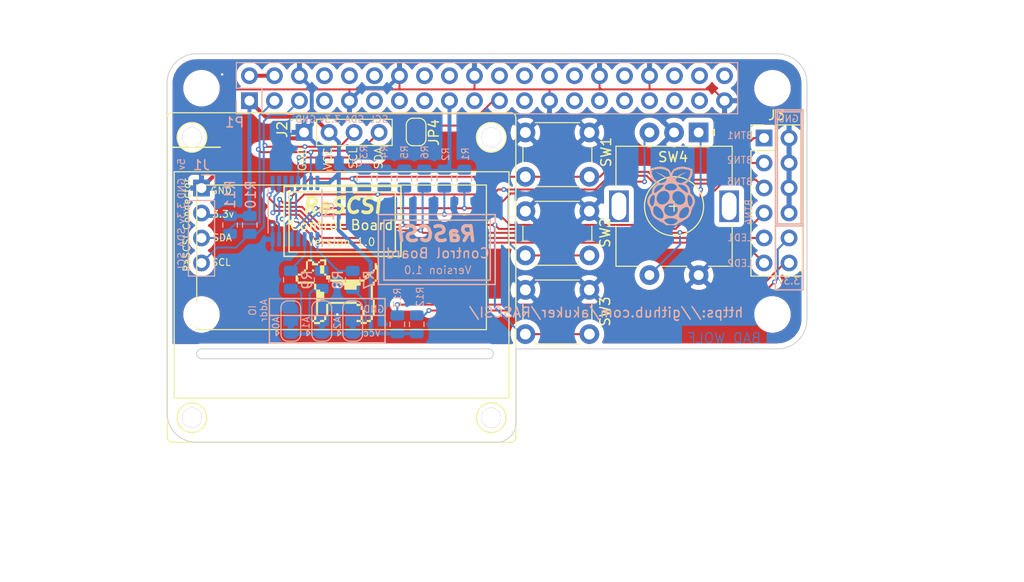
<source format=kicad_pcb>
(kicad_pcb (version 20171130) (host pcbnew "(5.1.12)-1")
  (title_block (date "15 nov 2012"))
  (layers (0 F.Cu signal) (31 B.Cu signal) (34 B.Paste user) (35 F.Paste user) (36 B.SilkS user) (37 F.SilkS user) (38 B.Mask user) (39 F.Mask user) (44 Edge.Cuts user))
  (net 0 "")
  (net 1 +3V3)
  (net 2 +5V)
  (net 3 GND)
  (net 4 "/GPIO2(SDA1)")
  (net 5 "/GPIO3(SCL1)")
  (net 6 "/GPIO9(SPI0_MISO)")
  (net 7 "Net-(JP2-Pad2)")
  (net 8 "Net-(JP3-Pad2)")
  (net 9 /BUTTON_1)
  (net 10 /BUTTON_2)
  (net 11 /BUTTON_3)
  (net 12 /ROTARY_ENC_B)
  (net 13 /ROTARY_ENC_A)
  (net 14 /BUTTON_4)
  (net 15 "Net-(R7-Pad2)")
  (net 16 "Net-(R8-Pad2)")
  (net 17 "Net-(R9-Pad2)")
  (net 18 "Net-(JP1-Pad2)")
  (net 19 "Net-(JP4-Pad1)")
  (net 20 "Net-(J3-Pad12)")
  (net 21 /LED_2)
  (net 22 "Net-(J3-Pad10)")
  (net 23 /LED_1)
  (net 24 "/GPIO21(SPI1_SCK)")
  (net 25 "/GPIO20(SPI1_MOSI)")
  (net 26 /GPIO26)
  (net 27 /GPIO16)
  (net 28 "/GPIO19(SPI1_MISO)")
  (net 29 "/GPIO13(PWM1)")
  (net 30 "/GPIO12(PWM0)")
  (net 31 /GPIO6)
  (net 32 /GPIO5)
  (net 33 /ID_SC)
  (net 34 /ID_SD)
  (net 35 "/GPIO7(SPI1_CE_N)")
  (net 36 "/GPIO8(SPI0_CE_N)")
  (net 37 "/GPIO11(SPI0_SCK)")
  (net 38 "/GPIO25(GEN6)")
  (net 39 "/GPIO10(SPI0_MOSI)")
  (net 40 "/GPIO24(GEN5)")
  (net 41 "/GPIO23(GEN4)")
  (net 42 "/GPIO22(GEN3)")
  (net 43 "/GPIO27(GEN2)")
  (net 44 "/GPIO18(GEN1)(PWM0)")
  (net 45 "/GPIO17(GEN0)")
  (net 46 "/GPIO15(RXD0)")
  (net 47 "/GPIO14(TXD0)")
  (net 48 "/GPIO4(GCLK)")
  (module Jumper:SolderJumper-2_P1.3mm_Open_RoundedPad1.0x1.5mm (layer F.Cu) (at 225.3 101.95 90)
    (fp_text reference JP4 (at -0.05 1.8 90) (layer F.SilkS))
    (fp_text value SolderJumper_2_Open)
    (pad 2 smd custom (at 0.65 0 90) (size 1 0.5) (layers F.Cu F.Mask) (net 6 "/GPIO9(SPI0_MISO)") (options (clearance outline) (anchor rect)) (primitives (gr_circle (center 0 0.25) (end 0.5 0.25) (width 0)) (gr_circle (center 0 -0.25) (end 0.5 -0.25) (width 0)) (gr_poly (pts (xy 0 -0.75) (xy -0.5 -0.75) (xy -0.5 0.75) (xy 0 0.75)) (width 0))))
    (pad 1 smd custom (at -0.65 0 90) (size 1 0.5) (layers F.Cu F.Mask) (net 19 "Net-(JP4-Pad1)") (options (clearance outline) (anchor rect)) (primitives (gr_circle (center 0 0.25) (end 0.5 0.25) (width 0)) (gr_circle (center 0 -0.25) (end 0.5 -0.25) (width 0)) (gr_poly (pts (xy 0 -0.75) (xy 0.5 -0.75) (xy 0.5 0.75) (xy 0 0.75)) (width 0))))
  )
  (module Connector_PinHeader_2.54mm:PinHeader_1x04_P2.54mm_Vertical (layer B.Cu) (at 203.5 107.65 180)
    (fp_text reference J1 (at 0 2.33) (layer B.SilkS) (effects (justify mirror)))
    (fp_text value "RaSCSI Connector")
    (pad 4 thru_hole oval (at 0 -7.62 180) (size 1.7 1.7) (drill 1) (layers *.Cu *.Mask) (net 5 "/GPIO3(SCL1)"))
    (pad 3 thru_hole oval (at 0 -5.08 180) (size 1.7 1.7) (drill 1) (layers *.Cu *.Mask) (net 4 "/GPIO2(SDA1)"))
    (pad 2 thru_hole oval (at 0 -2.54 180) (size 1.7 1.7) (drill 1) (layers *.Cu *.Mask) (net 1 +3V3))
    (pad 1 thru_hole rect (at 0 0 180) (size 1.7 1.7) (drill 1) (layers *.Cu *.Mask) (net 3 GND))
  )
  (module mousebites:1.3_in_OLED_Footprint (layer F.Cu) (at 217.7292 101.994 270)
    (fp_text reference J2 (at -0.294 6.0292 90) (layer F.SilkS))
    (fp_text value "OLED Connector")
    (fp_text user SDA (at 2.6305 -3.76 90) (layer F.SilkS) (effects (font (size 0.8 0.8) (thickness 0.1))))
    (fp_text user SCL (at 2.611453 -1.177667 90) (layer F.SilkS) (effects (font (size 0.8 0.8) (thickness 0.1))))
    (fp_text user VCC (at 2.649548 1.404666 90) (layer F.SilkS) (effects (font (size 0.8 0.8) (thickness 0.1))))
    (fp_text user GND (at 2.725738 3.987 90) (layer F.SilkS) (effects (font (size 0.8 0.8) (thickness 0.1))))
    (pad 4 thru_hole oval (at 0 -3.81 90) (size 1.7 1.7) (drill 1) (layers *.Cu *.Mask) (net 4 "/GPIO2(SDA1)"))
    (pad 3 thru_hole oval (at 0 -1.27 90) (size 1.7 1.7) (drill 1) (layers *.Cu *.Mask) (net 5 "/GPIO3(SCL1)"))
    (pad 2 thru_hole oval (at 0 1.27 90) (size 1.7 1.7) (drill 1) (layers *.Cu *.Mask) (net 1 +3V3))
    (pad 1 thru_hole rect (at 0 3.81 90) (size 1.7 1.7) (drill 1) (layers *.Cu *.Mask) (net 3 GND))
    (pad 5 thru_hole circle (at 0.5 -15.2 270) (size 2 2) (drill 2) (layers *.Cu *.Mask))
    (pad 5 thru_hole circle (at 0.5 15.2 270) (size 2 2) (drill 2) (layers *.Cu *.Mask))
    (pad 5 thru_hole circle (at 29 -15.2 270) (size 2 2) (drill 2) (layers *.Cu *.Mask))
    (pad 5 thru_hole circle (at 29 15.2 270) (size 2 2) (drill 2) (layers *.Cu *.Mask))
  )
  (module mousebites:dogcow (layer F.Cu) (at 217.3 118.2)
    (fp_text reference G*** hide)
    (fp_text value LOGO hide)
  )
  (module mousebites:pi_logo (layer B.Cu) (at 251.2 108.5 180)
    (fp_text reference G*** hide)
    (fp_text value LOGO hide)
  )
  (module Connector_PinHeader_2.54mm:PinHeader_2x06_P2.54mm_Vertical (layer F.Cu) (at 260.6425 102.5655)
    (fp_text reference J3 (at 1.27 -2.33) (layer F.SilkS))
    (fp_text value Conn_02x06_Odd_Even)
    (pad 12 thru_hole oval (at 2.54 12.7) (size 1.7 1.7) (drill 1) (layers *.Cu *.Mask) (net 20 "Net-(J3-Pad12)"))
    (pad 11 thru_hole oval (at 0 12.7) (size 1.7 1.7) (drill 1) (layers *.Cu *.Mask) (net 21 /LED_2))
    (pad 10 thru_hole oval (at 2.54 10.16) (size 1.7 1.7) (drill 1) (layers *.Cu *.Mask) (net 22 "Net-(J3-Pad10)"))
    (pad 9 thru_hole oval (at 0 10.16) (size 1.7 1.7) (drill 1) (layers *.Cu *.Mask) (net 23 /LED_1))
    (pad 8 thru_hole oval (at 2.54 7.62) (size 1.7 1.7) (drill 1) (layers *.Cu *.Mask) (net 3 GND))
    (pad 7 thru_hole oval (at 0 7.62) (size 1.7 1.7) (drill 1) (layers *.Cu *.Mask) (net 14 /BUTTON_4))
    (pad 6 thru_hole oval (at 2.54 5.08) (size 1.7 1.7) (drill 1) (layers *.Cu *.Mask) (net 3 GND))
    (pad 5 thru_hole oval (at 0 5.08) (size 1.7 1.7) (drill 1) (layers *.Cu *.Mask) (net 11 /BUTTON_3))
    (pad 4 thru_hole oval (at 2.54 2.54) (size 1.7 1.7) (drill 1) (layers *.Cu *.Mask) (net 3 GND))
    (pad 3 thru_hole oval (at 0 2.54) (size 1.7 1.7) (drill 1) (layers *.Cu *.Mask) (net 10 /BUTTON_2))
    (pad 2 thru_hole oval (at 2.54 0) (size 1.7 1.7) (drill 1) (layers *.Cu *.Mask) (net 3 GND))
    (pad 1 thru_hole rect (at 0 0) (size 1.7 1.7) (drill 1) (layers *.Cu *.Mask) (net 9 /BUTTON_1))
  )
  (module Package_SO:TSSOP-16_4.4x5mm_P0.65mm (layer B.Cu) (at 213 110 90)
    (fp_text reference U1 (at 0 3.45 90) (layer B.SilkS) (effects (justify mirror)))
    (fp_text value PCA9554APW,118)
    (pad 16 smd roundrect (at 2.8625 2.275 90) (size 1.475 0.4) (layers B.Cu B.Paste B.Mask) (net 1 +3V3))
    (pad 15 smd roundrect (at 2.8625 1.625 90) (size 1.475 0.4) (layers B.Cu B.Paste B.Mask) (net 4 "/GPIO2(SDA1)"))
    (pad 14 smd roundrect (at 2.8625 0.975 90) (size 1.475 0.4) (layers B.Cu B.Paste B.Mask) (net 5 "/GPIO3(SCL1)"))
    (pad 13 smd roundrect (at 2.8625 0.325 90) (size 1.475 0.4) (layers B.Cu B.Paste B.Mask) (net 19 "Net-(JP4-Pad1)"))
    (pad 12 smd roundrect (at 2.8625 -0.325 90) (size 1.475 0.4) (layers B.Cu B.Paste B.Mask) (net 21 /LED_2))
    (pad 11 smd roundrect (at 2.8625 -0.975 90) (size 1.475 0.4) (layers B.Cu B.Paste B.Mask) (net 23 /LED_1))
    (pad 10 smd roundrect (at 2.8625 -1.625 90) (size 1.475 0.4) (layers B.Cu B.Paste B.Mask) (net 14 /BUTTON_4))
    (pad 9 smd roundrect (at 2.8625 -2.275 90) (size 1.475 0.4) (layers B.Cu B.Paste B.Mask) (net 11 /BUTTON_3))
    (pad 8 smd roundrect (at -2.8625 -2.275 90) (size 1.475 0.4) (layers B.Cu B.Paste B.Mask) (net 3 GND))
    (pad 7 smd roundrect (at -2.8625 -1.625 90) (size 1.475 0.4) (layers B.Cu B.Paste B.Mask) (net 10 /BUTTON_2))
    (pad 6 smd roundrect (at -2.8625 -0.975 90) (size 1.475 0.4) (layers B.Cu B.Paste B.Mask) (net 9 /BUTTON_1))
    (pad 5 smd roundrect (at -2.8625 -0.325 90) (size 1.475 0.4) (layers B.Cu B.Paste B.Mask) (net 12 /ROTARY_ENC_B))
    (pad 4 smd roundrect (at -2.8625 0.325 90) (size 1.475 0.4) (layers B.Cu B.Paste B.Mask) (net 13 /ROTARY_ENC_A))
    (pad 3 smd roundrect (at -2.8625 0.975 90) (size 1.475 0.4) (layers B.Cu B.Paste B.Mask) (net 17 "Net-(R9-Pad2)"))
    (pad 2 smd roundrect (at -2.8625 1.625 90) (size 1.475 0.4) (layers B.Cu B.Paste B.Mask) (net 16 "Net-(R8-Pad2)"))
    (pad 1 smd roundrect (at -2.8625 2.275 90) (size 1.475 0.4) (layers B.Cu B.Paste B.Mask) (net 15 "Net-(R7-Pad2)"))
  )
  (module Jumper:SolderJumper-3_P1.3mm_Bridged12_RoundedPad1.0x1.5mm (layer B.Cu) (at 212.573 121.171 90)
    (fp_text reference JP3 hide)
    (fp_text value SolderJumper_3_Bridged12)
    (fp_poly (pts (xy -0.9 0.3) (xy -0.4 0.3) (xy -0.4 -0.3) (xy -0.9 -0.3)) (layer B.Cu) (width 0))
    (pad 1 smd custom (at -1.3 0 90) (size 1 0.5) (layers B.Cu B.Mask) (net 1 +3V3) (options (clearance outline) (anchor rect)) (primitives (gr_circle (center 0 -0.25) (end 0.5 -0.25) (width 0)) (gr_circle (center 0 0.25) (end 0.5 0.25) (width 0)) (gr_poly (pts (xy 0.55 0.75) (xy 0 0.75) (xy 0 -0.75) (xy 0.55 -0.75)) (width 0))))
    (pad 2 smd rect (at 0 0 90) (size 1 1.5) (layers B.Cu B.Mask) (net 8 "Net-(JP3-Pad2)"))
    (pad 3 smd custom (at 1.3 0 90) (size 1 0.5) (layers B.Cu B.Mask) (net 3 GND) (options (clearance outline) (anchor rect)) (primitives (gr_circle (center 0 -0.25) (end 0.5 -0.25) (width 0)) (gr_circle (center 0 0.25) (end 0.5 0.25) (width 0)) (gr_poly (pts (xy -0.55 0.75) (xy 0 0.75) (xy 0 -0.75) (xy -0.55 -0.75)) (width 0))))
  )
  (module Jumper:SolderJumper-3_P1.3mm_Bridged12_RoundedPad1.0x1.5mm (layer B.Cu) (at 215.71625 121.171 90)
    (fp_text reference JP2 hide)
    (fp_text value SolderJumper_3_Bridged12)
    (fp_poly (pts (xy -0.9 0.3) (xy -0.4 0.3) (xy -0.4 -0.3) (xy -0.9 -0.3)) (layer B.Cu) (width 0))
    (pad 1 smd custom (at -1.3 0 90) (size 1 0.5) (layers B.Cu B.Mask) (net 1 +3V3) (options (clearance outline) (anchor rect)) (primitives (gr_circle (center 0 -0.25) (end 0.5 -0.25) (width 0)) (gr_circle (center 0 0.25) (end 0.5 0.25) (width 0)) (gr_poly (pts (xy 0.55 0.75) (xy 0 0.75) (xy 0 -0.75) (xy 0.55 -0.75)) (width 0))))
    (pad 2 smd rect (at 0 0 90) (size 1 1.5) (layers B.Cu B.Mask) (net 7 "Net-(JP2-Pad2)"))
    (pad 3 smd custom (at 1.3 0 90) (size 1 0.5) (layers B.Cu B.Mask) (net 3 GND) (options (clearance outline) (anchor rect)) (primitives (gr_circle (center 0 -0.25) (end 0.5 -0.25) (width 0)) (gr_circle (center 0 0.25) (end 0.5 0.25) (width 0)) (gr_poly (pts (xy -0.55 0.75) (xy 0 0.75) (xy 0 -0.75) (xy -0.55 -0.75)) (width 0))))
  )
  (module Jumper:SolderJumper-3_P1.3mm_Bridged12_RoundedPad1.0x1.5mm (layer B.Cu) (at 218.8595 121.171 90)
    (fp_text reference JP1 hide)
    (fp_text value SolderJumper_3_Bridged12)
    (fp_poly (pts (xy -0.9 0.3) (xy -0.4 0.3) (xy -0.4 -0.3) (xy -0.9 -0.3)) (layer B.Cu) (width 0))
    (pad 1 smd custom (at -1.3 0 90) (size 1 0.5) (layers B.Cu B.Mask) (net 1 +3V3) (options (clearance outline) (anchor rect)) (primitives (gr_circle (center 0 -0.25) (end 0.5 -0.25) (width 0)) (gr_circle (center 0 0.25) (end 0.5 0.25) (width 0)) (gr_poly (pts (xy 0.55 0.75) (xy 0 0.75) (xy 0 -0.75) (xy 0.55 -0.75)) (width 0))))
    (pad 2 smd rect (at 0 0 90) (size 1 1.5) (layers B.Cu B.Mask) (net 18 "Net-(JP1-Pad2)"))
    (pad 3 smd custom (at 1.3 0 90) (size 1 0.5) (layers B.Cu B.Mask) (net 3 GND) (options (clearance outline) (anchor rect)) (primitives (gr_circle (center 0 -0.25) (end 0.5 -0.25) (width 0)) (gr_circle (center 0 0.25) (end 0.5 0.25) (width 0)) (gr_poly (pts (xy -0.55 0.75) (xy 0 0.75) (xy 0 -0.75) (xy -0.55 -0.75)) (width 0))))
  )
  (module Resistor_SMD:R_0805_2012Metric (layer B.Cu) (at 228.167615 106.693 270)
    (fp_text reference R2 (at -2.493 -0.132385 90) (layer B.SilkS) (effects (font (size 0.7 0.7) (thickness 0.1)) (justify mirror)))
    (fp_text value 10k)
    (pad 2 smd roundrect (at 0.9125 0 270) (size 1.025 1.4) (layers B.Cu B.Paste B.Mask) (roundrect_rratio 0.243902) (net 13 /ROTARY_ENC_A))
    (pad 1 smd roundrect (at -0.9125 0 270) (size 1.025 1.4) (layers B.Cu B.Paste B.Mask) (roundrect_rratio 0.243902) (net 1 +3V3))
  )
  (module Resistor_SMD:R_0805_2012Metric (layer B.Cu) (at 230.2 106.693 270)
    (fp_text reference R1 (at -2.493 -0.1 270) (layer B.SilkS) (effects (font (size 0.7 0.7) (thickness 0.1)) (justify mirror)))
    (fp_text value 10k)
    (pad 2 smd roundrect (at 0.9125 0 270) (size 1.025 1.4) (layers B.Cu B.Paste B.Mask) (roundrect_rratio 0.243902) (net 12 /ROTARY_ENC_B))
    (pad 1 smd roundrect (at -0.9125 0 270) (size 1.025 1.4) (layers B.Cu B.Paste B.Mask) (roundrect_rratio 0.243902) (net 1 +3V3))
  )
  (module Resistor_SMD:R_0805_2012Metric (layer B.Cu) (at 223.391501 121.507 270)
    (fp_text reference R13 (at -2.707 -0.008499 90) (layer B.SilkS) (effects (font (size 0.7 0.7) (thickness 0.1)) (justify mirror)))
    (fp_text value 10k)
    (pad 2 smd roundrect (at 0.9125 0 270) (size 1.025 1.4) (layers B.Cu B.Paste B.Mask) (roundrect_rratio 0.243902) (net 1 +3V3))
    (pad 1 smd roundrect (at -0.9125 0 270) (size 1.025 1.4) (layers B.Cu B.Paste B.Mask) (roundrect_rratio 0.243902) (net 20 "Net-(J3-Pad12)"))
  )
  (module Resistor_SMD:R_0805_2012Metric (layer B.Cu) (at 225.365585 121.507 270)
    (fp_text reference R12 (at -2.807 -0.334415 270) (layer B.SilkS) (effects (font (size 0.7 0.7) (thickness 0.1)) (justify mirror)))
    (fp_text value 10k)
    (pad 2 smd roundrect (at 0.9125 0 270) (size 1.025 1.4) (layers B.Cu B.Paste B.Mask) (roundrect_rratio 0.243902) (net 1 +3V3))
    (pad 1 smd roundrect (at -0.9125 0 270) (size 1.025 1.4) (layers B.Cu B.Paste B.Mask) (roundrect_rratio 0.243902) (net 22 "Net-(J3-Pad10)"))
  )
  (module Resistor_SMD:R_0805_2012Metric (layer B.Cu) (at 206.4 111.4 270)
    (fp_text reference R11 (at -3.1 0 90) (layer B.SilkS) (effects (justify mirror)))
    (fp_text value 10k)
    (pad 2 smd roundrect (at 0.9125 0 270) (size 1.025 1.4) (layers B.Cu B.Paste B.Mask) (roundrect_rratio 0.243902) (net 4 "/GPIO2(SDA1)"))
    (pad 1 smd roundrect (at -0.9125 0 270) (size 1.025 1.4) (layers B.Cu B.Paste B.Mask) (roundrect_rratio 0.243902) (net 1 +3V3))
  )
  (module Resistor_SMD:R_0805_2012Metric (layer B.Cu) (at 208.4 111.4 90)
    (fp_text reference R10 (at 3.081 0.1 90) (layer B.SilkS) (effects (justify mirror)))
    (fp_text value 10k)
    (pad 2 smd roundrect (at 0.9125 0 90) (size 1.025 1.4) (layers B.Cu B.Paste B.Mask) (roundrect_rratio 0.243902) (net 1 +3V3))
    (pad 1 smd roundrect (at -0.9125 0 90) (size 1.025 1.4) (layers B.Cu B.Paste B.Mask) (roundrect_rratio 0.243902) (net 5 "/GPIO3(SCL1)"))
  )
  (module Capacitor_SMD:C_0805_2012Metric (layer B.Cu) (at 216.5 105.1 180)
    (fp_text reference C1 (at -2.713 0.034) (layer B.SilkS) (effects (font (size 0.7 0.7) (thickness 0.1)) (justify mirror)))
    (fp_text value 100n)
    (pad 2 smd roundrect (at 0.95 0 180) (size 1 1.45) (layers B.Cu B.Paste B.Mask) (net 3 GND))
    (pad 1 smd roundrect (at -0.95 0 180) (size 1 1.45) (layers B.Cu B.Paste B.Mask) (net 1 +3V3))
  )
  (module Rotary_Encoder:RotaryEncoder_Alps_EC11E-Switch_Vertical_H20mm (layer F.Cu) (at 254 102 270)
    (fp_text reference SW4 (at 2.5 2.6 180) (layer F.SilkS))
    (fp_text value Rotary_Encoder_Switch)
    (pad A thru_hole rect (at 0 0 270) (size 2 2) (drill 1) (layers *.Cu *.Mask) (net 13 /ROTARY_ENC_A))
    (pad C thru_hole circle (at 0 2.5 270) (size 2 2) (drill 1) (layers *.Cu *.Mask) (net 3 GND))
    (pad B thru_hole circle (at 0 5 270) (size 2 2) (drill 1) (layers *.Cu *.Mask) (net 12 /ROTARY_ENC_B))
    (pad MP thru_hole rect (at 7.5 -3.1 270) (size 3.2 2) (drill oval 2.8 1.5) (layers *.Cu *.Mask))
    (pad MP thru_hole rect (at 7.5 8.1 270) (size 3.2 2) (drill oval 2.8 1.5) (layers *.Cu *.Mask))
    (pad S2 thru_hole circle (at 14.5 0 270) (size 2 2) (drill 1) (layers *.Cu *.Mask) (net 3 GND))
    (pad S1 thru_hole circle (at 14.5 5 270) (size 2 2) (drill 1) (layers *.Cu *.Mask) (net 14 /BUTTON_4))
  )
  (module Button_Switch_THT:SW_PUSH_6mm_H5mm (layer F.Cu) (at 236.4 118)
    (fp_text reference SW3 (at 8.1 2.2 90) (layer F.SilkS))
    (fp_text value SW_SPST)
    (pad 1 thru_hole circle (at 6.5 0 90) (size 2 2) (drill 1.1) (layers *.Cu *.Mask) (net 3 GND))
    (pad 2 thru_hole circle (at 6.5 4.5 90) (size 2 2) (drill 1.1) (layers *.Cu *.Mask) (net 11 /BUTTON_3))
    (pad 1 thru_hole circle (at 0 0 90) (size 2 2) (drill 1.1) (layers *.Cu *.Mask) (net 3 GND))
    (pad 2 thru_hole circle (at 0 4.5 90) (size 2 2) (drill 1.1) (layers *.Cu *.Mask) (net 11 /BUTTON_3))
  )
  (module Button_Switch_THT:SW_PUSH_6mm_H5mm (layer F.Cu) (at 236.4 110)
    (fp_text reference SW2 (at 8.1 2.2 90) (layer F.SilkS))
    (fp_text value SW_SPST)
    (pad 1 thru_hole circle (at 6.5 0 90) (size 2 2) (drill 1.1) (layers *.Cu *.Mask) (net 3 GND))
    (pad 2 thru_hole circle (at 6.5 4.5 90) (size 2 2) (drill 1.1) (layers *.Cu *.Mask) (net 10 /BUTTON_2))
    (pad 1 thru_hole circle (at 0 0 90) (size 2 2) (drill 1.1) (layers *.Cu *.Mask) (net 3 GND))
    (pad 2 thru_hole circle (at 0 4.5 90) (size 2 2) (drill 1.1) (layers *.Cu *.Mask) (net 10 /BUTTON_2))
  )
  (module Button_Switch_THT:SW_PUSH_6mm_H5mm (layer F.Cu) (at 236.4 102)
    (fp_text reference SW1 (at 8.2 2 90) (layer F.SilkS))
    (fp_text value SW_SPST)
    (pad 1 thru_hole circle (at 6.5 0 90) (size 2 2) (drill 1.1) (layers *.Cu *.Mask) (net 3 GND))
    (pad 2 thru_hole circle (at 6.5 4.5 90) (size 2 2) (drill 1.1) (layers *.Cu *.Mask) (net 9 /BUTTON_1))
    (pad 1 thru_hole circle (at 0 0 90) (size 2 2) (drill 1.1) (layers *.Cu *.Mask) (net 3 GND))
    (pad 2 thru_hole circle (at 0 4.5 90) (size 2 2) (drill 1.1) (layers *.Cu *.Mask) (net 9 /BUTTON_1))
  )
  (module Resistor_SMD:R_0805_2012Metric (layer B.Cu) (at 212.573 116.98 90)
    (fp_text reference R9 (at 0 1.65 90) (layer B.SilkS) (effects (justify mirror)))
    (fp_text value 10k)
    (pad 2 smd roundrect (at 0.9125 0 90) (size 1.025 1.4) (layers B.Cu B.Paste B.Mask) (roundrect_rratio 0.243902) (net 17 "Net-(R9-Pad2)"))
    (pad 1 smd roundrect (at -0.9125 0 90) (size 1.025 1.4) (layers B.Cu B.Paste B.Mask) (roundrect_rratio 0.243902) (net 8 "Net-(JP3-Pad2)"))
  )
  (module Resistor_SMD:R_0805_2012Metric (layer B.Cu) (at 215.7 116.98 90)
    (fp_text reference R8 (at 0 1.65 90) (layer B.SilkS) (effects (justify mirror)))
    (fp_text value 10k)
    (pad 2 smd roundrect (at 0.9125 0 90) (size 1.025 1.4) (layers B.Cu B.Paste B.Mask) (roundrect_rratio 0.243902) (net 16 "Net-(R8-Pad2)"))
    (pad 1 smd roundrect (at -0.9125 0 90) (size 1.025 1.4) (layers B.Cu B.Paste B.Mask) (roundrect_rratio 0.243902) (net 7 "Net-(JP2-Pad2)"))
  )
  (module Resistor_SMD:R_0805_2012Metric (layer B.Cu) (at 218.8595 116.98 90)
    (fp_text reference R7 (at 0 1.65 90) (layer B.SilkS) (effects (justify mirror)))
    (fp_text value 10k)
    (pad 2 smd roundrect (at 0.9125 0 90) (size 1.025 1.4) (layers B.Cu B.Paste B.Mask) (roundrect_rratio 0.243902) (net 15 "Net-(R7-Pad2)"))
    (pad 1 smd roundrect (at -0.9125 0 90) (size 1.025 1.4) (layers B.Cu B.Paste B.Mask) (roundrect_rratio 0.243902) (net 18 "Net-(JP1-Pad2)"))
  )
  (module Resistor_SMD:R_0805_2012Metric (layer B.Cu) (at 226.135232 106.693 270)
    (fp_text reference R6 (at -2.693 -0.039668 90) (layer B.SilkS) (effects (font (size 0.7 0.7) (thickness 0.1)) (justify mirror)))
    (fp_text value 10k)
    (pad 2 smd roundrect (at 0.9125 0 270) (size 1.025 1.4) (layers B.Cu B.Paste B.Mask) (roundrect_rratio 0.243902) (net 14 /BUTTON_4))
    (pad 1 smd roundrect (at -0.9125 0 270) (size 1.025 1.4) (layers B.Cu B.Paste B.Mask) (roundrect_rratio 0.243902) (net 1 +3V3))
  )
  (module Resistor_SMD:R_0805_2012Metric (layer B.Cu) (at 224.102849 106.693 270)
    (fp_text reference R5 (at -2.693 -0.013751 90) (layer B.SilkS) (effects (font (size 0.7 0.7) (thickness 0.1)) (justify mirror)))
    (fp_text value 10k)
    (pad 2 smd roundrect (at 0.9125 0 270) (size 1.025 1.4) (layers B.Cu B.Paste B.Mask) (roundrect_rratio 0.243902) (net 11 /BUTTON_3))
    (pad 1 smd roundrect (at -0.9125 0 270) (size 1.025 1.4) (layers B.Cu B.Paste B.Mask) (roundrect_rratio 0.243902) (net 1 +3V3))
  )
  (module Resistor_SMD:R_0805_2012Metric (layer B.Cu) (at 222.070466 106.693 270)
    (fp_text reference R4 (at -2.7305 0.012166 270) (layer B.SilkS) (effects (font (size 0.7 0.7) (thickness 0.1)) (justify mirror)))
    (fp_text value 10k)
    (pad 2 smd roundrect (at 0.9125 0 270) (size 1.025 1.4) (layers B.Cu B.Paste B.Mask) (roundrect_rratio 0.243902) (net 10 /BUTTON_2))
    (pad 1 smd roundrect (at -0.9125 0 270) (size 1.025 1.4) (layers B.Cu B.Paste B.Mask) (roundrect_rratio 0.243902) (net 1 +3V3))
  )
  (module Resistor_SMD:R_0805_2012Metric (layer B.Cu) (at 220.038083 106.693 270)
    (fp_text reference R3 (at -2.693 0.038083 90) (layer B.SilkS) (effects (font (size 0.7 0.7) (thickness 0.1)) (justify mirror)))
    (fp_text value 10k)
    (pad 2 smd roundrect (at 0.9125 0 270) (size 1.025 1.4) (layers B.Cu B.Paste B.Mask) (roundrect_rratio 0.243902) (net 9 /BUTTON_1))
    (pad 1 smd roundrect (at -0.9125 0 270) (size 1.025 1.4) (layers B.Cu B.Paste B.Mask) (roundrect_rratio 0.243902) (net 1 +3V3))
  )
  (module Connector_PinSocket_2.54mm:PinSocket_2x20_P2.54mm_Vertical (layer B.Cu) (at 208.37 98.77 270)
    (fp_text reference P1 (at 2.208 1.512) (layer B.SilkS) (effects (justify mirror)))
    (fp_text value Conn_02x20_Odd_Even)
    (pad 40 thru_hole oval (at -2.54 -48.26 270) (size 1.7 1.7) (drill 1) (layers *.Cu *.Mask) (net 24 "/GPIO21(SPI1_SCK)"))
    (pad 39 thru_hole oval (at 0 -48.26 270) (size 1.7 1.7) (drill 1) (layers *.Cu *.Mask) (net 3 GND))
    (pad 38 thru_hole oval (at -2.54 -45.72 270) (size 1.7 1.7) (drill 1) (layers *.Cu *.Mask) (net 25 "/GPIO20(SPI1_MOSI)"))
    (pad 37 thru_hole oval (at 0 -45.72 270) (size 1.7 1.7) (drill 1) (layers *.Cu *.Mask) (net 26 /GPIO26))
    (pad 36 thru_hole oval (at -2.54 -43.18 270) (size 1.7 1.7) (drill 1) (layers *.Cu *.Mask) (net 27 /GPIO16))
    (pad 35 thru_hole oval (at 0 -43.18 270) (size 1.7 1.7) (drill 1) (layers *.Cu *.Mask) (net 28 "/GPIO19(SPI1_MISO)"))
    (pad 34 thru_hole oval (at -2.54 -40.64 270) (size 1.7 1.7) (drill 1) (layers *.Cu *.Mask) (net 3 GND))
    (pad 33 thru_hole oval (at 0 -40.64 270) (size 1.7 1.7) (drill 1) (layers *.Cu *.Mask) (net 29 "/GPIO13(PWM1)"))
    (pad 32 thru_hole oval (at -2.54 -38.1 270) (size 1.7 1.7) (drill 1) (layers *.Cu *.Mask) (net 30 "/GPIO12(PWM0)"))
    (pad 31 thru_hole oval (at 0 -38.1 270) (size 1.7 1.7) (drill 1) (layers *.Cu *.Mask) (net 31 /GPIO6))
    (pad 30 thru_hole oval (at -2.54 -35.56 270) (size 1.7 1.7) (drill 1) (layers *.Cu *.Mask) (net 3 GND))
    (pad 29 thru_hole oval (at 0 -35.56 270) (size 1.7 1.7) (drill 1) (layers *.Cu *.Mask) (net 32 /GPIO5))
    (pad 28 thru_hole oval (at -2.54 -33.02 270) (size 1.7 1.7) (drill 1) (layers *.Cu *.Mask) (net 33 /ID_SC))
    (pad 27 thru_hole oval (at 0 -33.02 270) (size 1.7 1.7) (drill 1) (layers *.Cu *.Mask) (net 34 /ID_SD))
    (pad 26 thru_hole oval (at -2.54 -30.48 270) (size 1.7 1.7) (drill 1) (layers *.Cu *.Mask) (net 35 "/GPIO7(SPI1_CE_N)"))
    (pad 25 thru_hole oval (at 0 -30.48 270) (size 1.7 1.7) (drill 1) (layers *.Cu *.Mask) (net 3 GND))
    (pad 24 thru_hole oval (at -2.54 -27.94 270) (size 1.7 1.7) (drill 1) (layers *.Cu *.Mask) (net 36 "/GPIO8(SPI0_CE_N)"))
    (pad 23 thru_hole oval (at 0 -27.94 270) (size 1.7 1.7) (drill 1) (layers *.Cu *.Mask) (net 37 "/GPIO11(SPI0_SCK)"))
    (pad 22 thru_hole oval (at -2.54 -25.4 270) (size 1.7 1.7) (drill 1) (layers *.Cu *.Mask) (net 38 "/GPIO25(GEN6)"))
    (pad 21 thru_hole oval (at 0 -25.4 270) (size 1.7 1.7) (drill 1) (layers *.Cu *.Mask) (net 6 "/GPIO9(SPI0_MISO)"))
    (pad 20 thru_hole oval (at -2.54 -22.86 270) (size 1.7 1.7) (drill 1) (layers *.Cu *.Mask) (net 3 GND))
    (pad 19 thru_hole oval (at 0 -22.86 270) (size 1.7 1.7) (drill 1) (layers *.Cu *.Mask) (net 39 "/GPIO10(SPI0_MOSI)"))
    (pad 18 thru_hole oval (at -2.54 -20.32 270) (size 1.7 1.7) (drill 1) (layers *.Cu *.Mask) (net 40 "/GPIO24(GEN5)"))
    (pad 17 thru_hole oval (at 0 -20.32 270) (size 1.7 1.7) (drill 1) (layers *.Cu *.Mask) (net 1 +3V3))
    (pad 16 thru_hole oval (at -2.54 -17.78 270) (size 1.7 1.7) (drill 1) (layers *.Cu *.Mask) (net 41 "/GPIO23(GEN4)"))
    (pad 15 thru_hole oval (at 0 -17.78 270) (size 1.7 1.7) (drill 1) (layers *.Cu *.Mask) (net 42 "/GPIO22(GEN3)"))
    (pad 14 thru_hole oval (at -2.54 -15.24 270) (size 1.7 1.7) (drill 1) (layers *.Cu *.Mask) (net 3 GND))
    (pad 13 thru_hole oval (at 0 -15.24 270) (size 1.7 1.7) (drill 1) (layers *.Cu *.Mask) (net 43 "/GPIO27(GEN2)"))
    (pad 12 thru_hole oval (at -2.54 -12.7 270) (size 1.7 1.7) (drill 1) (layers *.Cu *.Mask) (net 44 "/GPIO18(GEN1)(PWM0)"))
    (pad 11 thru_hole oval (at 0 -12.7 270) (size 1.7 1.7) (drill 1) (layers *.Cu *.Mask) (net 45 "/GPIO17(GEN0)"))
    (pad 10 thru_hole oval (at -2.54 -10.16 270) (size 1.7 1.7) (drill 1) (layers *.Cu *.Mask) (net 46 "/GPIO15(RXD0)"))
    (pad 9 thru_hole oval (at 0 -10.16 270) (size 1.7 1.7) (drill 1) (layers *.Cu *.Mask) (net 3 GND))
    (pad 8 thru_hole oval (at -2.54 -7.62 270) (size 1.7 1.7) (drill 1) (layers *.Cu *.Mask) (net 47 "/GPIO14(TXD0)"))
    (pad 7 thru_hole oval (at 0 -7.62 270) (size 1.7 1.7) (drill 1) (layers *.Cu *.Mask) (net 48 "/GPIO4(GCLK)"))
    (pad 6 thru_hole oval (at -2.54 -5.08 270) (size 1.7 1.7) (drill 1) (layers *.Cu *.Mask) (net 3 GND))
    (pad 5 thru_hole oval (at 0 -5.08 270) (size 1.7 1.7) (drill 1) (layers *.Cu *.Mask) (net 5 "/GPIO3(SCL1)"))
    (pad 4 thru_hole oval (at -2.54 -2.54 270) (size 1.7 1.7) (drill 1) (layers *.Cu *.Mask) (net 2 +5V))
    (pad 3 thru_hole oval (at 0 -2.54 270) (size 1.7 1.7) (drill 1) (layers *.Cu *.Mask) (net 4 "/GPIO2(SDA1)"))
    (pad 2 thru_hole oval (at -2.54 0 270) (size 1.7 1.7) (drill 1) (layers *.Cu *.Mask) (net 2 +5V))
    (pad 1 thru_hole rect (at 0 0 270) (size 1.7 1.7) (drill 1) (layers *.Cu *.Mask) (net 1 +3V3))
  )
  (module MountingHole:MountingHole_2.7mm_M2.5 (layer F.Cu) (at 261.5 120.5)
    (fp_text reference MK4)
    (fp_text value M2.5)
    (pad 1 np_thru_hole circle (at 0 0) (size 2.7 2.7) (drill 2.7) (layers *.Cu *.Mask))
  )
  (module MountingHole:MountingHole_2.7mm_M2.5 (layer F.Cu) (at 203.5 120.5)
    (fp_text reference MK3)
    (fp_text value M2.5)
    (pad 1 np_thru_hole circle (at 0 0) (size 2.7 2.7) (drill 2.7) (layers *.Cu *.Mask))
  )
  (module MountingHole:MountingHole_2.7mm_M2.5 (layer F.Cu) (at 261.5 97.5 180)
    (fp_text reference MK2)
    (fp_text value M2.5)
    (pad 1 np_thru_hole circle (at 0 0 180) (size 2.7 2.7) (drill 2.7) (layers *.Cu *.Mask))
  )
  (module MountingHole:MountingHole_2.7mm_M2.5 (layer F.Cu) (at 203.5 97.5 180)
    (fp_text reference MK1)
    (fp_text value M2.5)
    (pad 1 np_thru_hole circle (at 0 0 180) (size 2.7 2.7) (drill 2.7) (layers *.Cu *.Mask))
  )
  (gr_line (start 205.4 103.5) (end 200.6 103.5) (layer F.SilkS) (width 0.15))
  (gr_text "RaSCSI Connector" (at 202 111.4 90) (layer F.SilkS) (effects (font (size 0.7 0.7) (thickness 0.1))))
  (gr_line (start 261.8 99.7) (end 261.8 99.9) (layer B.SilkS) (width 0.15))
  (gr_line (start 264.6 99.7) (end 261.8 99.7) (layer B.SilkS) (width 0.15))
  (gr_line (start 264.6 99.9) (end 264.6 99.7) (layer B.SilkS) (width 0.15))
  (gr_line (start 264.4 99.9) (end 264.4 111.3) (layer B.SilkS) (width 0.15))
  (gr_line (start 262 99.9) (end 264.4 99.9) (layer B.SilkS) (width 0.15))
  (gr_line (start 262 111.3) (end 262 99.9) (layer B.SilkS) (width 0.15))
  (gr_line (start 261.8 111.3) (end 262 111.3) (layer B.SilkS) (width 0.15))
  (gr_line (start 264.6 111.3) (end 261.8 111.3) (layer B.SilkS) (width 0.15))
  (gr_line (start 264.6 111.5) (end 264.6 111.3) (layer B.SilkS) (width 0.15))
  (gr_line (start 261.8 111.5) (end 264.6 111.5) (layer B.SilkS) (width 0.15))
  (gr_line (start 264.6 99.9) (end 261.8 99.9) (layer B.SilkS) (width 0.15))
  (gr_line (start 264.6 118) (end 264.6 99.9) (layer B.SilkS) (width 0.15))
  (gr_line (start 261.8 118) (end 264.6 118) (layer B.SilkS) (width 0.15))
  (gr_line (start 261.8 99.9) (end 261.8 118) (layer B.SilkS) (width 0.15))
  (gr_text GND (at 263.1 100.6) (layer B.SilkS) (effects (font (size 0.7 0.7) (thickness 0.1)) (justify mirror)))
  (gr_text "3.3v\n" (at 263.2 117.1) (layer B.SilkS) (effects (font (size 0.7 0.7) (thickness 0.1)) (justify mirror)))
  (gr_text LED2 (at 258.2 115.3) (layer B.SilkS) (effects (font (size 0.7 0.7) (thickness 0.1)) (justify mirror)))
  (gr_text LED1 (at 258.2 112.7) (layer B.SilkS) (effects (font (size 0.7 0.7) (thickness 0.1)) (justify mirror)))
  (gr_text BTN4 (at 259.1 110.1 90) (layer B.SilkS) (effects (font (size 0.7 0.7) (thickness 0.1)) (justify mirror)))
  (gr_text BTN3 (at 258.2 107) (layer B.SilkS) (effects (font (size 0.7 0.7) (thickness 0.1)) (justify mirror)))
  (gr_text BTN2 (at 258.2 104.8) (layer B.SilkS) (effects (font (size 0.7 0.7) (thickness 0.1)) (justify mirror)))
  (gr_text BTN1 (at 258.2 102.3) (layer B.SilkS) (effects (font (size 0.7 0.7) (thickness 0.1)) (justify mirror)))
  (gr_text "IO\nAddr" (at 209.252 120.0915 90) (layer B.SilkS) (effects (font (size 0.7 0.7) (thickness 0.1)) (justify mirror)))
  (gr_line (start 222.144 120.5995) (end 222.144 123.3935) (layer B.SilkS) (width 0.15))
  (gr_line (start 210.395 118.885) (end 211.4935 118.885) (layer B.SilkS) (width 0.15))
  (gr_line (start 210.395 120.5995) (end 210.395 118.885) (layer B.SilkS) (width 0.15))
  (gr_line (start 210.4 123.3935) (end 210.4 123.0125) (layer B.SilkS) (width 0.15))
  (gr_line (start 222.144 123.3935) (end 210.4 123.4) (layer B.SilkS) (width 0.15))
  (gr_line (start 210.4 120.6) (end 222.144 120.5995) (layer B.SilkS) (width 0.15))
  (gr_line (start 210.395 123.0125) (end 210.395 120.5995) (layer B.SilkS) (width 0.15))
  (gr_line (start 222.144 118.885) (end 222.144 120.5995) (layer B.SilkS) (width 0.15))
  (gr_line (start 211.4935 118.885) (end 222.144 118.885) (layer B.SilkS) (width 0.15))
  (gr_text GND (at 221 119.9645) (layer B.SilkS) (effects (font (size 0.7 0.7) (thickness 0.1)) (justify mirror)))
  (gr_text Vcc (at 220.8 122.3775) (layer B.SilkS) (effects (font (size 0.7 0.7) (thickness 0.1)) (justify mirror)))
  (gr_text A2 (at 217.2895 121.3615 90) (layer B.SilkS) (effects (font (size 0.7 0.7) (thickness 0.1)) (justify mirror)))
  (gr_text A1 (at 214.1145 121.3615 90) (layer B.SilkS) (effects (font (size 0.7 0.7) (thickness 0.1)) (justify mirror)))
  (gr_text A0 (at 211.0665 121.3615 90) (layer B.SilkS) (effects (font (size 0.7 0.7) (thickness 0.1)) (justify mirror)))
  (gr_text "SDA\n" (at 219.033 100.6575) (layer B.SilkS) (effects (font (size 0.7 0.7) (thickness 0.1)) (justify mirror)))
  (gr_text 3.3v (at 216.5565 100.6575) (layer B.SilkS) (effects (font (size 0.7 0.7) (thickness 0.1)) (justify mirror)))
  (gr_text GND (at 214.08 100.6575) (layer B.SilkS) (effects (font (size 0.7 0.7) (thickness 0.1)) (justify mirror)))
  (gr_text SCL (at 221.5095 100.6575) (layer B.SilkS) (effects (font (size 0.7 0.7) (thickness 0.1)) (justify mirror)))
  (gr_text SCL (at 201.4605 115.1385 90) (layer B.SilkS) (effects (font (size 0.7 0.7) (thickness 0.1)) (justify mirror)))
  (gr_text "SDA\n" (at 201.4605 112.662 90) (layer B.SilkS) (effects (font (size 0.7 0.7) (thickness 0.1)) (justify mirror)))
  (gr_text GND (at 201.4605 107.709 90) (layer B.SilkS) (effects (font (size 0.7 0.7) (thickness 0.1)) (justify mirror)))
  (gr_text 5v (at 201.4605 105.2325 90) (layer B.SilkS) (effects (font (size 0.7 0.7) (thickness 0.1)) (justify mirror)))
  (gr_text 3.3v (at 201.4605 110.1855 90) (layer B.SilkS) (effects (font (size 0.7 0.7) (thickness 0.1)) (justify mirror)))
  (gr_text SCL (at 205.5 115.2) (layer F.SilkS) (effects (font (size 0.7 0.7) (thickness 0.1))))
  (gr_text "SDA\n" (at 205.6 112.7) (layer F.SilkS) (effects (font (size 0.7 0.7) (thickness 0.1))))
  (gr_text 3.3v (at 205.7 110.3) (layer F.SilkS) (effects (font (size 0.7 0.7) (thickness 0.1))))
  (gr_text GND (at 205.5 107.9) (layer F.SilkS) (effects (font (size 0.7 0.7) (thickness 0.1))))
  (gr_line (start 232.828 117.009) (end 222.033 117.009) (layer B.SilkS) (width 0.15))
  (gr_line (start 233.336 110.3415) (end 233.336 117.4535) (layer B.SilkS) (width 0.15))
  (gr_line (start 232.83 110.913) (end 232.83 117.009) (layer B.SilkS) (width 0.15))
  (gr_line (start 222.033 110.913) (end 232.828 110.913) (layer B.SilkS) (width 0.15))
  (gr_line (start 221.4615 110.3415) (end 233.336 110.3415) (layer B.SilkS) (width 0.15))
  (gr_line (start 221.4615 117.4535) (end 221.4615 110.3415) (layer B.SilkS) (width 0.15))
  (gr_line (start 233.336 117.4535) (end 221.4615 117.4535) (layer B.SilkS) (width 0.15))
  (gr_line (start 222.033 117.009) (end 222.033 110.913) (layer B.SilkS) (width 0.15))
  (gr_text RaSCSI (at 227.4305 112.31) (layer B.SilkS) (effects (font (size 1.5 1.5) (thickness 0.35) italic) (justify mirror)))
  (gr_text "Control Board" (at 227.494 114.2785) (layer B.SilkS) (effects (font (size 1 1)) (justify mirror)))
  (gr_text "Version 1.0" (at 227.494 115.993) (layer B.SilkS) (effects (font (size 0.8 0.8) (thickness 0.1)) (justify mirror)))
  (gr_text https://github.com/akuker/RASCSI/ (at 244.6 120.3) (layer B.SilkS) (effects (font (size 1 1)) (justify mirror)))
  (gr_line (start 211.8845 107.4805) (end 211.8845 114.5925) (layer F.SilkS) (width 0.15))
  (gr_line (start 223.759 107.4805) (end 211.8845 107.4805) (layer F.SilkS) (width 0.15))
  (gr_line (start 223.759 114.5925) (end 223.759 107.4805) (layer F.SilkS) (width 0.15))
  (gr_line (start 211.8845 114.5925) (end 223.759 114.5925) (layer F.SilkS) (width 0.15))
  (gr_text "Version 1.0" (at 217.7265 113.132) (layer F.SilkS) (effects (font (size 0.8 0.8) (thickness 0.1))))
  (gr_line (start 212.3905 108.052) (end 212.3905 114.148) (layer F.SilkS) (width 0.15))
  (gr_line (start 223.1875 108.052) (end 212.3925 108.052) (layer F.SilkS) (width 0.15))
  (gr_line (start 223.1875 114.148) (end 223.1875 108.052) (layer F.SilkS) (width 0.15))
  (gr_line (start 212.3925 114.148) (end 223.1875 114.148) (layer F.SilkS) (width 0.15))
  (gr_text "Control Board" (at 217.7265 111.4175) (layer F.SilkS) (effects (font (size 1 1))))
  (gr_text RaSCSI (at 217.79 109.449) (layer F.SilkS) (effects (font (size 1.5 1.5) (thickness 0.35) italic)))
  (gr_line (start 203.5 125) (end 232.65 125) (layer Edge.Cuts) (width 0.1))
  (gr_arc (start 232.65 124.5) (end 232.65 124) (angle 180) (layer Edge.Cuts) (width 0.1))
  (gr_arc (start 203.5 124.5) (end 203.5 124) (angle -180) (layer Edge.Cuts) (width 0.1))
  (gr_line (start 203.5 124) (end 232.65 124) (layer Edge.Cuts) (width 0.1))
  (gr_arc (start 233.4518 131.5) (end 235.4518 131.5) (angle 90) (layer Edge.Cuts) (width 0.1))
  (gr_text "BAD WOLF" (at 256.6 122.9) (layer B.Cu) (effects (font (size 1 1) (thickness 0.1)) (justify mirror)))
  (gr_line (start 203 133.5) (end 233.4518 133.5) (layer Edge.Cuts) (width 0.1))
  (gr_line (start 235.4518 131.5) (end 235.4518 124) (layer Edge.Cuts) (width 0.1))
  (gr_line (start 200 97) (end 200 130.5) (layer Edge.Cuts) (width 0.1))
  (gr_arc (start 262 97) (end 262 94) (angle 90) (layer Edge.Cuts) (width 0.1))
  (gr_arc (start 262 121) (end 265 121) (angle 90) (layer Edge.Cuts) (width 0.1))
  (gr_arc (start 203 130.5) (end 203 133.5) (angle 90) (layer Edge.Cuts) (width 0.1))
  (gr_arc (start 203 97) (end 200 97) (angle 90) (layer Edge.Cuts) (width 0.1))
  (gr_line (start 262 94) (end 203 94) (layer Edge.Cuts) (width 0.1))
  (gr_line (start 265 121) (end 265 97) (layer Edge.Cuts) (width 0.1))
  (gr_line (start 235.4518 124) (end 262 124) (layer Edge.Cuts) (width 0.1))
  (segment (start 212.573 122.471) (end 218.8595 122.471) (width 0.4) (layer B.Cu) (net 1))
  (segment (start 217.45 105.1) (end 218.25 105.9) (width 0.4) (layer B.Cu) (net 1))
  (segment (start 215.275 107.1375) (end 216.4625 107.1375) (width 0.4) (layer B.Cu) (net 1))
  (segment (start 217.45 106.15) (end 217.45 105.1) (width 0.4) (layer B.Cu) (net 1))
  (segment (start 216.4625 107.1375) (end 217.45 106.15) (width 0.4) (layer B.Cu) (net 1))
  (segment (start 230.0805 105.9) (end 230.2 105.7805) (width 0.4) (layer B.Cu) (net 1))
  (segment (start 218.25 105.9) (end 230.0805 105.9) (width 0.4) (layer B.Cu) (net 1))
  (segment (start 228.69 105.258115) (end 228.167615 105.7805) (width 0.4) (layer B.Cu) (net 1))
  (segment (start 228.69 98.77) (end 228.69 105.258115) (width 0.4) (layer B.Cu) (net 1))
  (segment (start 218.911 122.4195) (end 218.8595 122.471) (width 0.4) (layer B.Cu) (net 1))
  (segment (start 217.45 105.1) (end 217.45 111.95) (width 0.4) (layer B.Cu) (net 1))
  (segment (start 220.691491 122.291491) (end 220.8195 122.4195) (width 0.4) (layer B.Cu) (net 1))
  (segment (start 217.45 111.95) (end 220.691491 115.191491) (width 0.4) (layer B.Cu) (net 1))
  (segment (start 220.8195 122.4195) (end 218.911 122.4195) (width 0.4) (layer B.Cu) (net 1))
  (segment (start 223.765585 122.4195) (end 220.8195 122.4195) (width 0.4) (layer B.Cu) (net 1))
  (segment (start 220.691491 115.191491) (end 220.691491 122.291491) (width 0.4) (layer B.Cu) (net 1))
  (segment (start 208.4 110.4875) (end 206.4 110.4875) (width 0.4) (layer B.Cu) (net 1))
  (segment (start 223.391501 122.4195) (end 225.365585 122.4195) (width 0.4) (layer B.Cu) (net 1))
  (segment (start 208.37 110.4575) (end 208.4 110.4875) (width 0.4) (layer B.Cu) (net 1))
  (segment (start 203.7975 110.4875) (end 203.5 110.19) (width 0.4) (layer B.Cu) (net 1))
  (segment (start 206.4 110.4875) (end 203.7975 110.4875) (width 0.4) (layer B.Cu) (net 1))
  (segment (start 217.45 102.9848) (end 216.4592 101.994) (width 0.4) (layer B.Cu) (net 1))
  (segment (start 217.45 105.1) (end 217.45 102.9848) (width 0.4) (layer B.Cu) (net 1))
  (segment (start 208.37 100.53) (end 208.37 110.4575) (width 0.4) (layer B.Cu) (net 1))
  (segment (start 208.37 98.77) (end 208.37 100.53) (width 0.4) (layer B.Cu) (net 1))
  (segment (start 216.4592 101.994) (end 214.8652 100.4) (width 0.4) (layer F.Cu) (net 1))
  (segment (start 210 100.4) (end 208.37 98.77) (width 0.4) (layer F.Cu) (net 1))
  (segment (start 214.8652 100.4) (end 210 100.4) (width 0.4) (layer F.Cu) (net 1))
  (segment (start 210.91 96.23) (end 208.37 96.23) (width 0.4) (layer F.Cu) (net 2))
  (via (at 217.3 120.5) (size 0.5) (drill 0.25) (layers F.Cu B.Cu) (net 3))
  (via (at 217.3 117.7) (size 0.5) (drill 0.25) (layers F.Cu B.Cu) (net 3))
  (via (at 210.7 111.4) (size 0.5) (drill 0.25) (layers F.Cu B.Cu) (net 3))
  (segment (start 210.7 111.4) (end 210.7 114.7) (width 0.2) (layer B.Cu) (net 3))
  (segment (start 219.819999 97.480001) (end 218.53 98.77) (width 0.4) (layer B.Cu) (net 3))
  (segment (start 222.359999 97.480001) (end 219.819999 97.480001) (width 0.4) (layer B.Cu) (net 3))
  (segment (start 223.61 96.23) (end 222.359999 97.480001) (width 0.4) (layer B.Cu) (net 3))
  (segment (start 208.55599 102.59401) (end 203.5 107.65) (width 0.4) (layer F.Cu) (net 3))
  (segment (start 213.31919 102.59401) (end 208.55599 102.59401) (width 0.4) (layer F.Cu) (net 3))
  (segment (start 213.9192 101.994) (end 213.31919 102.59401) (width 0.4) (layer F.Cu) (net 3))
  (segment (start 215.55 103.6248) (end 215.55 105.1) (width 0.4) (layer B.Cu) (net 3))
  (segment (start 213.9192 101.994) (end 215.55 103.6248) (width 0.4) (layer B.Cu) (net 3))
  (segment (start 214.839999 97.619999) (end 213.45 96.23) (width 0.2) (layer F.Cu) (net 3))
  (segment (start 256.63 98.77) (end 255.479999 97.619999) (width 0.2) (layer F.Cu) (net 3))
  (segment (start 218.53 97.669998) (end 218.480001 97.619999) (width 0.2) (layer F.Cu) (net 3))
  (segment (start 218.53 98.77) (end 218.53 97.669998) (width 0.2) (layer F.Cu) (net 3))
  (segment (start 223.619999 97.499999) (end 223.619999 97.619999) (width 0.2) (layer F.Cu) (net 3))
  (segment (start 223.61 97.49) (end 223.619999 97.499999) (width 0.2) (layer F.Cu) (net 3))
  (segment (start 223.61 96.23) (end 223.61 97.49) (width 0.2) (layer F.Cu) (net 3))
  (segment (start 223.619999 97.619999) (end 218.480001 97.619999) (width 0.2) (layer F.Cu) (net 3))
  (segment (start 231.23 97.509998) (end 231.119999 97.619999) (width 0.2) (layer F.Cu) (net 3))
  (segment (start 231.23 96.23) (end 231.23 97.509998) (width 0.2) (layer F.Cu) (net 3))
  (segment (start 231.119999 97.619999) (end 223.619999 97.619999) (width 0.2) (layer F.Cu) (net 3))
  (segment (start 238.85 97.65) (end 238.880001 97.619999) (width 0.2) (layer F.Cu) (net 3))
  (segment (start 238.880001 97.619999) (end 231.119999 97.619999) (width 0.2) (layer F.Cu) (net 3))
  (segment (start 238.85 98.77) (end 238.85 97.65) (width 0.2) (layer F.Cu) (net 3))
  (segment (start 243.93 97.43) (end 244.119999 97.619999) (width 0.2) (layer F.Cu) (net 3))
  (segment (start 243.93 96.23) (end 243.93 97.43) (width 0.2) (layer F.Cu) (net 3))
  (segment (start 244.119999 97.619999) (end 238.880001 97.619999) (width 0.2) (layer F.Cu) (net 3))
  (segment (start 249.01 97.549998) (end 249.080001 97.619999) (width 0.2) (layer F.Cu) (net 3))
  (segment (start 249.01 96.23) (end 249.01 97.549998) (width 0.2) (layer F.Cu) (net 3))
  (segment (start 249.080001 97.619999) (end 244.119999 97.619999) (width 0.2) (layer F.Cu) (net 3))
  (segment (start 255.479999 97.619999) (end 249.080001 97.619999) (width 0.2) (layer F.Cu) (net 3))
  (via (at 205.6 96.1) (size 0.5) (drill 0.25) (layers F.Cu B.Cu) (net 3))
  (segment (start 207.119999 97.619999) (end 205.6 96.1) (width 0.2) (layer F.Cu) (net 3))
  (segment (start 216.319999 97.619999) (end 207.119999 97.619999) (width 0.2) (layer F.Cu) (net 3))
  (segment (start 218.480001 97.619999) (end 216.319999 97.619999) (width 0.2) (layer F.Cu) (net 3))
  (segment (start 216.319999 97.619999) (end 214.839999 97.619999) (width 0.2) (layer F.Cu) (net 3))
  (segment (start 214.700001 101.213199) (end 213.9192 101.994) (width 0.4) (layer B.Cu) (net 3))
  (segment (start 214.700001 97.480001) (end 214.700001 101.213199) (width 0.4) (layer B.Cu) (net 3))
  (segment (start 213.45 96.23) (end 214.700001 97.480001) (width 0.4) (layer B.Cu) (net 3))
  (segment (start 210.845396 98.77) (end 210.91 98.77) (width 0.2) (layer F.Cu) (net 4))
  (segment (start 206.4825 112.73) (end 206.9 112.3125) (width 0.2) (layer B.Cu) (net 4))
  (segment (start 205.9825 112.73) (end 206.4 112.3125) (width 0.2) (layer B.Cu) (net 4))
  (segment (start 203.5 112.73) (end 205.9825 112.73) (width 0.2) (layer B.Cu) (net 4))
  (segment (start 209.40001 100.27999) (end 210.91 98.77) (width 0.2) (layer B.Cu) (net 4))
  (segment (start 209.19999 111.30001) (end 209.40001 111.09999) (width 0.2) (layer B.Cu) (net 4))
  (segment (start 206.4 111.8) (end 206.89999 111.30001) (width 0.2) (layer B.Cu) (net 4))
  (segment (start 206.89999 111.30001) (end 209.19999 111.30001) (width 0.2) (layer B.Cu) (net 4))
  (segment (start 206.4 112.3125) (end 206.4 111.8) (width 0.2) (layer B.Cu) (net 4))
  (segment (start 221.5392 101.994) (end 219.68319 103.85001) (width 0.2) (layer F.Cu) (net 4))
  (via (at 214.604647 104) (size 0.5) (drill 0.25) (layers F.Cu B.Cu) (net 4))
  (segment (start 214.754637 103.85001) (end 214.604647 104) (width 0.2) (layer F.Cu) (net 4))
  (segment (start 219.68319 103.85001) (end 214.754637 103.85001) (width 0.2) (layer F.Cu) (net 4))
  (segment (start 214.604647 107.117147) (end 214.625 107.1375) (width 0.2) (layer B.Cu) (net 4))
  (segment (start 214.604647 104) (end 214.604647 107.117147) (width 0.2) (layer B.Cu) (net 4))
  (via (at 209.274064 103.719079) (size 0.5) (drill 0.25) (layers F.Cu B.Cu) (net 4))
  (segment (start 209.554985 104) (end 209.274064 103.719079) (width 0.2) (layer F.Cu) (net 4))
  (segment (start 214.604647 104) (end 209.554985 104) (width 0.2) (layer F.Cu) (net 4))
  (segment (start 209.280921 103.719079) (end 209.40001 103.59999) (width 0.2) (layer B.Cu) (net 4))
  (segment (start 209.274064 103.719079) (end 209.280921 103.719079) (width 0.2) (layer B.Cu) (net 4))
  (segment (start 209.40001 103.59999) (end 209.40001 100.27999) (width 0.2) (layer B.Cu) (net 4))
  (segment (start 209.40001 111.09999) (end 209.40001 103.59999) (width 0.2) (layer B.Cu) (net 4))
  (segment (start 213.45 98.77) (end 214.015002 98.77) (width 0.2) (layer B.Cu) (net 5))
  (segment (start 203.5 115.27) (end 205.07 113.7) (width 0.2) (layer B.Cu) (net 5))
  (segment (start 207.0125 113.7) (end 208.4 112.3125) (width 0.2) (layer B.Cu) (net 5))
  (segment (start 205.07 113.7) (end 207.0125 113.7) (width 0.2) (layer B.Cu) (net 5))
  (segment (start 209.1 112.3125) (end 208.4 112.3125) (width 0.2) (layer B.Cu) (net 5))
  (segment (start 209.824064 111.588436) (end 209.1 112.3125) (width 0.2) (layer B.Cu) (net 5))
  (segment (start 213.975 103.475) (end 214 103.45) (width 0.2) (layer B.Cu) (net 5))
  (via (at 214 103.45) (size 0.5) (drill 0.25) (layers F.Cu B.Cu) (net 5))
  (segment (start 213.975 107.1375) (end 213.975 103.475) (width 0.2) (layer B.Cu) (net 5))
  (via (at 209.95001 103.324064) (size 0.5) (drill 0.25) (layers F.Cu B.Cu) (net 5))
  (segment (start 210.075946 103.45) (end 209.95001 103.324064) (width 0.2) (layer F.Cu) (net 5))
  (segment (start 214 103.45) (end 210.075946 103.45) (width 0.2) (layer F.Cu) (net 5))
  (segment (start 217.5432 103.45) (end 218.9992 101.994) (width 0.2) (layer F.Cu) (net 5))
  (segment (start 214 103.45) (end 217.5432 103.45) (width 0.2) (layer F.Cu) (net 5))
  (segment (start 209.924064 103.324064) (end 209.824064 103.424064) (width 0.2) (layer B.Cu) (net 5))
  (segment (start 209.95001 103.324064) (end 209.924064 103.324064) (width 0.2) (layer B.Cu) (net 5))
  (segment (start 209.824064 103.424064) (end 209.824064 111.588436) (width 0.2) (layer B.Cu) (net 5))
  (segment (start 209.824064 101.046277) (end 209.824064 103.424064) (width 0.2) (layer B.Cu) (net 5))
  (segment (start 213.45 98.77) (end 212.02 100.2) (width 0.2) (layer B.Cu) (net 5))
  (segment (start 209.824064 100.875936) (end 209.824064 101.046277) (width 0.2) (layer B.Cu) (net 5))
  (segment (start 210.5 100.2) (end 209.824064 100.875936) (width 0.2) (layer B.Cu) (net 5))
  (segment (start 212.02 100.2) (end 210.5 100.2) (width 0.2) (layer B.Cu) (net 5))
  (segment (start 225.3 101.3) (end 230.6 101.3) (width 0.2) (layer F.Cu) (net 6))
  (segment (start 233.13 98.77) (end 233.77 98.77) (width 0.2) (layer F.Cu) (net 6))
  (segment (start 230.6 101.3) (end 233.13 98.77) (width 0.2) (layer F.Cu) (net 6))
  (segment (start 214.76625 121.171) (end 214.478 120.88275) (width 0.2) (layer B.Cu) (net 7))
  (segment (start 215.71625 121.171) (end 214.76625 121.171) (width 0.2) (layer B.Cu) (net 7))
  (segment (start 214.478 120.88275) (end 214.478 118.377) (width 0.2) (layer B.Cu) (net 7))
  (segment (start 214.9625 117.8925) (end 215.7 117.8925) (width 0.2) (layer B.Cu) (net 7))
  (segment (start 214.478 118.377) (end 214.9625 117.8925) (width 0.2) (layer B.Cu) (net 7))
  (segment (start 213.62301 120.54527) (end 213.62301 118.28401) (width 0.2) (layer B.Cu) (net 8))
  (segment (start 212.99728 121.171) (end 213.62301 120.54527) (width 0.2) (layer B.Cu) (net 8))
  (segment (start 212.573 121.171) (end 212.99728 121.171) (width 0.2) (layer B.Cu) (net 8))
  (segment (start 213.2315 117.8925) (end 212.573 117.8925) (width 0.2) (layer B.Cu) (net 8))
  (segment (start 213.62301 118.28401) (end 213.2315 117.8925) (width 0.2) (layer B.Cu) (net 8))
  (via (at 212.54999 108.612424) (size 0.5) (drill 0.25) (layers F.Cu B.Cu) (net 9))
  (segment (start 212.025 112.8625) (end 212.025 111.289002) (width 0.2) (layer B.Cu) (net 9))
  (segment (start 212.025 111.289002) (end 212.54999 110.764012) (width 0.2) (layer B.Cu) (net 9))
  (segment (start 212.54999 110.764012) (end 212.54999 108.612424) (width 0.2) (layer B.Cu) (net 9))
  (segment (start 249.679681 106.799977) (end 248.879682 105.999978) (width 0.2) (layer F.Cu) (net 9))
  (segment (start 214.462436 106.699978) (end 212.54999 108.612424) (width 0.2) (layer F.Cu) (net 9))
  (segment (start 260.6425 102.5655) (end 259.5925 102.5655) (width 0.2) (layer F.Cu) (net 9))
  (segment (start 259.5925 102.5655) (end 255.358023 106.799977) (width 0.2) (layer F.Cu) (net 9))
  (segment (start 248.879682 105.999978) (end 244.468622 105.999978) (width 0.2) (layer F.Cu) (net 9))
  (segment (start 255.358023 106.799977) (end 249.679681 106.799977) (width 0.2) (layer F.Cu) (net 9))
  (via (at 218.799978 106.699978) (size 0.5) (drill 0.25) (layers F.Cu B.Cu) (net 9))
  (segment (start 219.7055 107.6055) (end 218.799978 106.699978) (width 0.2) (layer B.Cu) (net 9))
  (segment (start 220.038083 107.6055) (end 219.7055 107.6055) (width 0.2) (layer B.Cu) (net 9))
  (segment (start 218.799978 106.699978) (end 214.462436 106.699978) (width 0.2) (layer F.Cu) (net 9))
  (segment (start 242.699978 106.699978) (end 242.5 106.5) (width 0.2) (layer F.Cu) (net 9))
  (segment (start 243.768622 106.699978) (end 242.699978 106.699978) (width 0.2) (layer F.Cu) (net 9))
  (segment (start 236 106.5) (end 242.5 106.5) (width 0.2) (layer F.Cu) (net 9))
  (segment (start 218.999956 106.5) (end 218.799978 106.699978) (width 0.2) (layer F.Cu) (net 9))
  (segment (start 236 106.5) (end 218.999956 106.5) (width 0.2) (layer F.Cu) (net 9))
  (segment (start 243.9686 106.5) (end 244.468622 105.999978) (width 0.2) (layer F.Cu) (net 9))
  (segment (start 242.9 106.5) (end 243.9686 106.5) (width 0.2) (layer F.Cu) (net 9))
  (segment (start 211.399989 110.286009) (end 211.399989 108.838325) (width 0.2) (layer B.Cu) (net 10))
  (segment (start 211.375 112.8625) (end 211.375 111.289002) (width 0.2) (layer B.Cu) (net 10))
  (segment (start 211.375 111.289002) (end 211.149999 111.064001) (width 0.2) (layer B.Cu) (net 10))
  (segment (start 211.149999 111.064001) (end 211.149999 110.535999) (width 0.2) (layer B.Cu) (net 10))
  (segment (start 211.149999 110.535999) (end 211.399989 110.286009) (width 0.2) (layer B.Cu) (net 10))
  (segment (start 211.399989 108.838325) (end 211.440325 108.797989) (width 0.2) (layer B.Cu) (net 10))
  (via (at 211.440325 108.797989) (size 0.5) (drill 0.25) (layers F.Cu B.Cu) (net 10))
  (segment (start 213.929884 108.300011) (end 213.067461 109.162434) (width 0.2) (layer F.Cu) (net 10))
  (segment (start 211.80477 109.162434) (end 211.440325 108.797989) (width 0.2) (layer F.Cu) (net 10))
  (segment (start 233.634299 107.800001) (end 233.134289 108.300011) (width 0.2) (layer F.Cu) (net 10))
  (segment (start 213.067461 109.162434) (end 211.80477 109.162434) (width 0.2) (layer F.Cu) (net 10))
  (segment (start 222.012166 107.687834) (end 221.399989 108.300011) (width 0.2) (layer B.Cu) (net 10))
  (segment (start 222.012166 107.6055) (end 222.012166 107.687834) (width 0.2) (layer B.Cu) (net 10))
  (via (at 221.399989 108.300011) (size 0.5) (drill 0.25) (layers F.Cu B.Cu) (net 10))
  (segment (start 221.399989 108.300011) (end 213.929884 108.300011) (width 0.2) (layer F.Cu) (net 10))
  (segment (start 233.134289 108.300011) (end 221.399989 108.300011) (width 0.2) (layer F.Cu) (net 10))
  (segment (start 236 114.5) (end 242.5 114.5) (width 0.2) (layer F.Cu) (net 10))
  (segment (start 234.699999 113.199999) (end 234.699999 108.099999) (width 0.2) (layer B.Cu) (net 10))
  (segment (start 236 114.5) (end 234.699999 113.199999) (width 0.2) (layer B.Cu) (net 10))
  (via (at 234.200001 107.800001) (size 0.5) (drill 0.25) (layers F.Cu B.Cu) (net 10))
  (segment (start 234.400001 107.800001) (end 234.200001 107.800001) (width 0.2) (layer B.Cu) (net 10))
  (segment (start 234.699999 108.099999) (end 234.400001 107.800001) (width 0.2) (layer B.Cu) (net 10))
  (segment (start 234.200001 107.800001) (end 233.634299 107.800001) (width 0.2) (layer F.Cu) (net 10))
  (segment (start 257.8602 105.1055) (end 260.6425 105.1055) (width 0.2) (layer F.Cu) (net 10))
  (segment (start 255.765712 107.199988) (end 257.8602 105.1055) (width 0.2) (layer F.Cu) (net 10))
  (segment (start 244.924014 106.399988) (end 248.713993 106.399989) (width 0.2) (layer F.Cu) (net 10))
  (segment (start 248.713993 106.399989) (end 249.513992 107.199988) (width 0.2) (layer F.Cu) (net 10))
  (segment (start 243.524001 107.800001) (end 244.924014 106.399988) (width 0.2) (layer F.Cu) (net 10))
  (segment (start 242.465701 107.800001) (end 243.524001 107.800001) (width 0.2) (layer F.Cu) (net 10))
  (segment (start 242.465689 107.799989) (end 242.465701 107.800001) (width 0.2) (layer F.Cu) (net 10))
  (segment (start 249.513992 107.199988) (end 255.765712 107.199988) (width 0.2) (layer F.Cu) (net 10))
  (segment (start 237.734299 107.800001) (end 237.734311 107.799989) (width 0.2) (layer F.Cu) (net 10))
  (segment (start 237.734311 107.799989) (end 242.465689 107.799989) (width 0.2) (layer F.Cu) (net 10))
  (segment (start 234.200001 107.800001) (end 237.734299 107.800001) (width 0.2) (layer F.Cu) (net 10))
  (via (at 210.374065 108.344278) (size 0.5) (drill 0.25) (layers F.Cu B.Cu) (net 11))
  (segment (start 210.725 107.1375) (end 210.725 107.993343) (width 0.2) (layer B.Cu) (net 11))
  (segment (start 210.725 107.993343) (end 210.374065 108.344278) (width 0.2) (layer B.Cu) (net 11))
  (segment (start 210.374065 108.697831) (end 210.374065 108.344278) (width 0.2) (layer F.Cu) (net 11))
  (segment (start 256.735899 106.795501) (end 255.631377 107.900023) (width 0.2) (layer F.Cu) (net 11))
  (segment (start 255.631377 107.900023) (end 255.559975 107.900023) (width 0.2) (layer F.Cu) (net 11))
  (segment (start 260.6425 107.6455) (end 259.792501 106.795501) (width 0.2) (layer F.Cu) (net 11))
  (segment (start 259.792501 106.795501) (end 256.735899 106.795501) (width 0.2) (layer F.Cu) (net 11))
  (segment (start 215.542635 111.400001) (end 213.705079 109.562445) (width 0.2) (layer F.Cu) (net 11))
  (segment (start 213.705079 109.562445) (end 211.238679 109.562445) (width 0.2) (layer F.Cu) (net 11))
  (segment (start 211.238679 109.562445) (end 210.374065 108.697831) (width 0.2) (layer F.Cu) (net 11))
  (segment (start 223.900001 111.400001) (end 215.542635 111.400001) (width 0.2) (layer F.Cu) (net 11))
  (segment (start 223.986249 111.313753) (end 223.900001 111.400001) (width 0.2) (layer B.Cu) (net 11))
  (segment (start 223.986249 107.6055) (end 223.986249 111.313753) (width 0.2) (layer B.Cu) (net 11))
  (via (at 223.900001 111.400001) (size 0.5) (drill 0.25) (layers F.Cu B.Cu) (net 11))
  (via (at 233.299999 111.400001) (size 0.5) (drill 0.25) (layers F.Cu B.Cu) (net 11))
  (segment (start 236 122.5) (end 233.299999 119.799999) (width 0.2) (layer B.Cu) (net 11))
  (segment (start 233.299999 119.799999) (end 233.299999 111.400001) (width 0.2) (layer B.Cu) (net 11))
  (segment (start 233.299999 111.400001) (end 223.900001 111.400001) (width 0.2) (layer F.Cu) (net 11))
  (segment (start 242.5 122.5) (end 236 122.5) (width 0.2) (layer F.Cu) (net 11))
  (segment (start 251.659987 111.800011) (end 252.229999 111.229999) (width 0.2) (layer F.Cu) (net 11))
  (segment (start 233.299999 111.400001) (end 233.700009 111.800011) (width 0.2) (layer F.Cu) (net 11))
  (segment (start 233.700009 111.800011) (end 251.659987 111.800011) (width 0.2) (layer F.Cu) (net 11))
  (segment (start 252.229999 111.229999) (end 252.059997 111.400001) (width 0.2) (layer F.Cu) (net 11))
  (segment (start 255.559975 107.900023) (end 252.229999 111.229999) (width 0.2) (layer F.Cu) (net 11))
  (segment (start 212.675 112.125) (end 215.1 109.7) (width 0.2) (layer B.Cu) (net 12))
  (segment (start 212.675 112.8625) (end 212.675 112.125) (width 0.2) (layer B.Cu) (net 12))
  (via (at 215.1 109.7) (size 0.5) (drill 0.25) (layers F.Cu B.Cu) (net 12))
  (via (at 248.5 107) (size 0.5) (drill 0.25) (layers F.Cu B.Cu) (net 12))
  (segment (start 248.5 102.5) (end 249 102) (width 0.2) (layer B.Cu) (net 12))
  (segment (start 248.5 107) (end 248.5 102.5) (width 0.2) (layer B.Cu) (net 12))
  (via (at 230.2 109.7) (size 0.5) (drill 0.25) (layers F.Cu B.Cu) (net 12))
  (segment (start 230.2 107.6055) (end 230.2 109.7) (width 0.2) (layer B.Cu) (net 12))
  (segment (start 215.1 109.7) (end 230.2 109.7) (width 0.2) (layer F.Cu) (net 12))
  (segment (start 230.2 109.7) (end 233.4 109.7) (width 0.2) (layer F.Cu) (net 12))
  (segment (start 233.4 109.7) (end 234.899988 108.200012) (width 0.2) (layer F.Cu) (net 12))
  (segment (start 234.899988 108.200012) (end 237.899988 108.200012) (width 0.2) (layer F.Cu) (net 12))
  (segment (start 237.899988 108.200012) (end 237.9 108.2) (width 0.2) (layer F.Cu) (net 12))
  (segment (start 237.9 108.2) (end 241.710298 108.2) (width 0.2) (layer F.Cu) (net 12))
  (segment (start 241.710298 108.2) (end 241.71031 108.200012) (width 0.2) (layer F.Cu) (net 12))
  (segment (start 243.689688 108.200012) (end 243.199988 108.200012) (width 0.2) (layer F.Cu) (net 12))
  (segment (start 244.8897 107) (end 243.689688 108.200012) (width 0.2) (layer F.Cu) (net 12))
  (segment (start 248.5 107) (end 244.8897 107) (width 0.2) (layer F.Cu) (net 12))
  (segment (start 243.199988 108.200012) (end 243.499988 108.200012) (width 0.2) (layer F.Cu) (net 12))
  (segment (start 241.71031 108.200012) (end 243.199988 108.200012) (width 0.2) (layer F.Cu) (net 12))
  (via (at 254.2 107.8) (size 0.5) (drill 0.25) (layers F.Cu B.Cu) (net 13))
  (segment (start 254.2 102.2) (end 254 102) (width 0.2) (layer B.Cu) (net 13))
  (segment (start 254.2 107.8) (end 254.2 102.2) (width 0.2) (layer B.Cu) (net 13))
  (via (at 215.413055 110.32611) (size 0.5) (drill 0.25) (layers F.Cu B.Cu) (net 13))
  (segment (start 213.325 112.125) (end 215.12389 110.32611) (width 0.2) (layer B.Cu) (net 13))
  (segment (start 215.12389 110.32611) (end 215.413055 110.32611) (width 0.2) (layer B.Cu) (net 13))
  (segment (start 213.325 112.8625) (end 213.325 112.125) (width 0.2) (layer B.Cu) (net 13))
  (via (at 228.17389 110.32611) (size 0.5) (drill 0.25) (layers F.Cu B.Cu) (net 13))
  (segment (start 228.167615 110.319835) (end 228.17389 110.32611) (width 0.2) (layer B.Cu) (net 13))
  (segment (start 228.167615 107.6055) (end 228.167615 110.319835) (width 0.2) (layer B.Cu) (net 13))
  (segment (start 228.17389 110.32611) (end 215.413055 110.32611) (width 0.2) (layer F.Cu) (net 13))
  (segment (start 233.749888 110.32611) (end 228.17389 110.32611) (width 0.2) (layer F.Cu) (net 13))
  (segment (start 254.2 107.8) (end 254.2 108.6943) (width 0.2) (layer F.Cu) (net 13))
  (segment (start 234.823779 111.400001) (end 233.749888 110.32611) (width 0.2) (layer F.Cu) (net 13))
  (segment (start 251.494299 111.400001) (end 234.823779 111.400001) (width 0.2) (layer F.Cu) (net 13))
  (segment (start 254.2 108.6943) (end 251.494299 111.400001) (width 0.2) (layer F.Cu) (net 13))
  (via (at 210.753228 110.155099) (size 0.5) (drill 0.25) (layers F.Cu B.Cu) (net 14))
  (segment (start 211.375 108.04931) (end 210.890323 108.533987) (width 0.2) (layer B.Cu) (net 14))
  (segment (start 210.890323 110.018004) (end 210.753228 110.155099) (width 0.2) (layer B.Cu) (net 14))
  (segment (start 211.375 107.1375) (end 211.375 108.04931) (width 0.2) (layer B.Cu) (net 14))
  (segment (start 210.890323 108.533987) (end 210.890323 110.018004) (width 0.2) (layer B.Cu) (net 14))
  (segment (start 213.53939 109.962456) (end 210.945871 109.962456) (width 0.2) (layer F.Cu) (net 14))
  (segment (start 223.48601 111.800012) (end 215.376946 111.800012) (width 0.2) (layer F.Cu) (net 14))
  (segment (start 215.376946 111.800012) (end 213.53939 109.962456) (width 0.2) (layer F.Cu) (net 14))
  (segment (start 223.636 111.950002) (end 223.48601 111.800012) (width 0.2) (layer F.Cu) (net 14))
  (segment (start 210.945871 109.962456) (end 210.753228 110.155099) (width 0.2) (layer F.Cu) (net 14))
  (via (at 225.750002 111.950002) (size 0.5) (drill 0.25) (layers F.Cu B.Cu) (net 14))
  (segment (start 225.960332 111.739672) (end 225.750002 111.950002) (width 0.2) (layer B.Cu) (net 14))
  (segment (start 225.960332 107.6055) (end 225.960332 111.739672) (width 0.2) (layer B.Cu) (net 14))
  (segment (start 225.750002 111.950002) (end 223.636 111.950002) (width 0.2) (layer F.Cu) (net 14))
  (segment (start 258.627979 112.200021) (end 259.014 111.814) (width 0.2) (layer F.Cu) (net 14))
  (segment (start 226.000021 112.200021) (end 258.627979 112.200021) (width 0.2) (layer F.Cu) (net 14))
  (segment (start 225.750002 111.950002) (end 226.000021 112.200021) (width 0.2) (layer F.Cu) (net 14))
  (segment (start 259.014 111.814) (end 258.877998 111.950002) (width 0.2) (layer F.Cu) (net 14))
  (segment (start 260.6425 110.1855) (end 259.014 111.814) (width 0.2) (layer F.Cu) (net 14))
  (via (at 252.1 112.1755) (size 0.5) (drill 0.25) (layers F.Cu B.Cu) (net 14))
  (segment (start 252.1 113.4) (end 252.1 112.1755) (width 0.2) (layer B.Cu) (net 14))
  (segment (start 249 116.5) (end 252.1 113.4) (width 0.2) (layer B.Cu) (net 14))
  (segment (start 218.8595 116.0675) (end 217.3675 116.0675) (width 0.2) (layer B.Cu) (net 15))
  (segment (start 215.275 113.975) (end 215.275 112.8625) (width 0.2) (layer B.Cu) (net 15))
  (segment (start 217.3675 116.0675) (end 215.275 113.975) (width 0.2) (layer B.Cu) (net 15))
  (segment (start 215.7 116.0675) (end 215.7 115.9) (width 0.2) (layer B.Cu) (net 16))
  (segment (start 214.625 114.825) (end 214.625 112.8625) (width 0.2) (layer B.Cu) (net 16))
  (segment (start 215.7 115.9) (end 214.625 114.825) (width 0.2) (layer B.Cu) (net 16))
  (segment (start 213.975 114.525) (end 213.975 112.8625) (width 0.2) (layer B.Cu) (net 17))
  (segment (start 212.573 115.927) (end 213.975 114.525) (width 0.2) (layer B.Cu) (net 17))
  (segment (start 212.573 116.0675) (end 212.573 115.927) (width 0.2) (layer B.Cu) (net 17))
  (segment (start 218.8595 121.171) (end 220.0025 121.171) (width 0.2) (layer B.Cu) (net 18))
  (segment (start 220.0025 121.171) (end 220.19148 120.98202) (width 0.2) (layer B.Cu) (net 18))
  (segment (start 220.19148 120.98202) (end 220.19148 119.22448) (width 0.2) (layer B.Cu) (net 18))
  (segment (start 220.19148 119.22448) (end 218.8595 117.8925) (width 0.2) (layer B.Cu) (net 18))
  (via (at 213.4 104.55) (size 0.5) (drill 0.25) (layers F.Cu B.Cu) (net 19))
  (segment (start 213.325 104.625) (end 213.4 104.55) (width 0.2) (layer B.Cu) (net 19))
  (segment (start 213.325 107.1375) (end 213.325 104.625) (width 0.2) (layer B.Cu) (net 19))
  (segment (start 213.4 104.55) (end 221.55 104.55) (width 0.2) (layer F.Cu) (net 19))
  (segment (start 223.5 102.6) (end 225.3 102.6) (width 0.2) (layer F.Cu) (net 19))
  (segment (start 221.55 104.55) (end 223.5 102.6) (width 0.2) (layer F.Cu) (net 19))
  (segment (start 223.4 119.5) (end 258.5 119.5) (width 0.2) (layer F.Cu) (net 20))
  (segment (start 262.7345 115.2655) (end 263.1825 115.2655) (width 0.2) (layer F.Cu) (net 20))
  (segment (start 258.5 119.5) (end 262.7345 115.2655) (width 0.2) (layer F.Cu) (net 20))
  (segment (start 223.765585 120.5945) (end 223.765585 120.284425) (width 0.2) (layer B.Cu) (net 20))
  (via (at 223.4 119.5) (size 0.5) (drill 0.25) (layers F.Cu B.Cu) (net 20))
  (segment (start 223.391501 119.508499) (end 223.4 119.5) (width 0.2) (layer B.Cu) (net 20))
  (segment (start 223.391501 120.5945) (end 223.391501 119.508499) (width 0.2) (layer B.Cu) (net 20))
  (segment (start 215.397231 113.199999) (end 213.1097 110.912468) (width 0.2) (layer F.Cu) (net 21))
  (segment (start 260.6425 115.2655) (end 258.576999 113.199999) (width 0.2) (layer F.Cu) (net 21))
  (segment (start 258.576999 113.199999) (end 215.397231 113.199999) (width 0.2) (layer F.Cu) (net 21))
  (segment (start 213.1097 108.3097) (end 213.1097 110.912468) (width 0.2) (layer B.Cu) (net 21))
  (segment (start 212.675 107.1375) (end 212.675 107.875) (width 0.2) (layer B.Cu) (net 21))
  (via (at 213.1097 110.912468) (size 0.5) (drill 0.25) (layers F.Cu B.Cu) (net 21))
  (segment (start 212.675 107.875) (end 213.1097 108.3097) (width 0.2) (layer B.Cu) (net 21))
  (via (at 261.7 117.2) (size 0.5) (drill 0.25) (layers F.Cu B.Cu) (net 22))
  (segment (start 261.7 117.2) (end 258.8 120.1) (width 0.2) (layer F.Cu) (net 22))
  (segment (start 262.032499 116.867501) (end 261.7 117.2) (width 0.2) (layer B.Cu) (net 22))
  (segment (start 262.032499 113.875501) (end 262.032499 116.867501) (width 0.2) (layer B.Cu) (net 22))
  (segment (start 263.1825 112.7255) (end 262.032499 113.875501) (width 0.2) (layer B.Cu) (net 22))
  (segment (start 226.1055 120.5945) (end 226.6 120.1) (width 0.2) (layer B.Cu) (net 22))
  (via (at 226.6 120.1) (size 0.5) (drill 0.25) (layers F.Cu B.Cu) (net 22))
  (segment (start 225.365585 120.5945) (end 226.1055 120.5945) (width 0.2) (layer B.Cu) (net 22))
  (segment (start 226.6 120.1) (end 258.8 120.1) (width 0.2) (layer F.Cu) (net 22))
  (via (at 211.7 110.8) (size 0.5) (drill 0.25) (layers F.Cu B.Cu) (net 23))
  (segment (start 211.7 110.8) (end 211.999988 110.500012) (width 0.2) (layer B.Cu) (net 23))
  (segment (start 211.999988 107.162512) (end 212.025 107.1375) (width 0.2) (layer B.Cu) (net 23))
  (segment (start 211.999988 110.500012) (end 211.999988 107.162512) (width 0.2) (layer B.Cu) (net 23))
  (segment (start 215.736734 112.7255) (end 213.373701 110.362467) (width 0.2) (layer F.Cu) (net 23))
  (segment (start 260.6425 112.7255) (end 215.736734 112.7255) (width 0.2) (layer F.Cu) (net 23))
  (segment (start 213.373701 110.362467) (end 212.137533 110.362467) (width 0.2) (layer F.Cu) (net 23))
  (segment (start 212.137533 110.362467) (end 211.7 110.8) (width 0.2) (layer F.Cu) (net 23))
  (zone (net 3) (net_name GND) (layer B.Cu) (connect_pads (clearance 0.508)) (min_thickness 0.254) (fill yes (arc_segments 32) (thermal_gap 0.508) (thermal_bridge_width 0.508))
    (polygon (pts (xy 267.437 130.569) (xy 194.158 130.569) (xy 194.158 88.532) (xy 267.437 88.532)))
  )
  (zone (net 3) (net_name GND) (layer F.Cu) (connect_pads (clearance 0.508)) (min_thickness 0.254) (fill yes (arc_segments 32) (thermal_gap 0.508) (thermal_bridge_width 0.508))
    (polygon (pts (xy 267.437 130.569) (xy 194.158 130.569) (xy 194.158 88.532) (xy 267.437 88.532)))
  )
  (zone (net 0) (net_name "") (layers F&B.Cu) (connect_pads (clearance 0.508)) (min_thickness 0.254)
    (keepout (tracks not_allowed) (vias not_allowed) (copperpour not_allowed))
    (fill (arc_segments 32) (thermal_gap 0.508) (thermal_bridge_width 0.508))
    (polygon (pts (xy 248.360265 132.283625) (xy 195.52053 132.15575) (xy 195.7 123.5) (xy 248.439735 123.516375)))
  )
)
</source>
